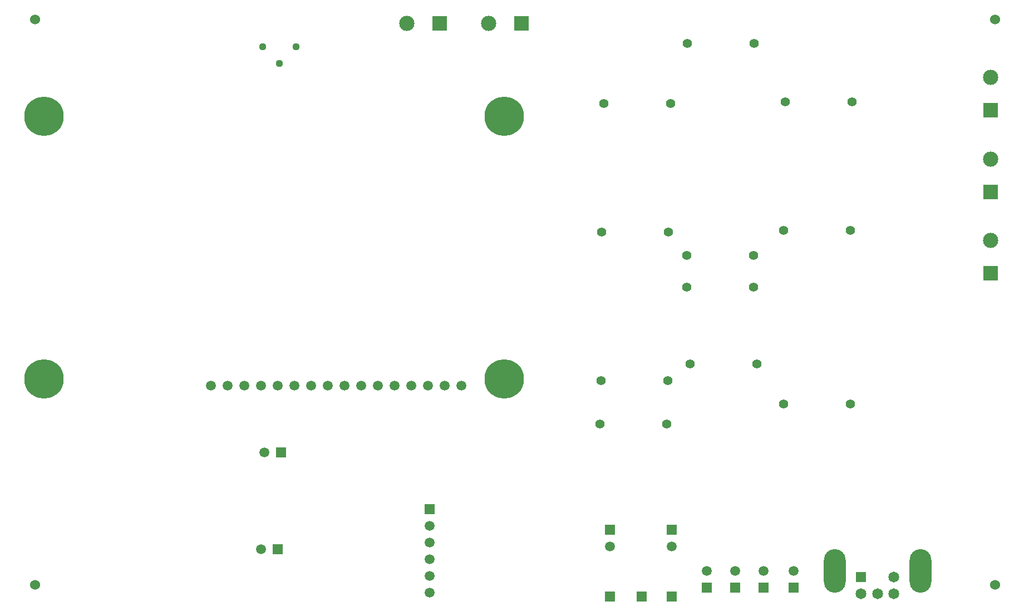
<source format=gbr>
%TF.GenerationSoftware,Altium Limited,Altium Designer,22.7.1 (60)*%
G04 Layer_Color=255*
%FSLAX43Y43*%
%MOMM*%
%TF.SameCoordinates,2ABDD118-431D-4485-972F-9944B14BA474*%
%TF.FilePolarity,Positive*%
%TF.FileFunction,Pads,Bot*%
%TF.Part,Single*%
G01*
G75*
%TA.AperFunction,ComponentPad*%
%ADD32O,3.316X6.632*%
%ADD33C,1.650*%
%ADD34R,1.650X1.650*%
%ADD35C,1.120*%
%ADD36C,1.500*%
%ADD37C,6.000*%
%ADD38R,1.500X1.500*%
%ADD39C,2.325*%
%ADD40R,2.325X2.325*%
%ADD41R,2.325X2.325*%
%ADD42R,1.500X1.500*%
%ADD43C,1.400*%
%TA.AperFunction,ViaPad*%
%ADD44C,1.524*%
D32*
X139192Y6616D02*
D03*
X126092D02*
D03*
D33*
X135142Y5616D02*
D03*
X132642Y3116D02*
D03*
X135142D02*
D03*
X130142D02*
D03*
D34*
Y5616D02*
D03*
D35*
X39124Y86386D02*
D03*
X41664Y83846D02*
D03*
X44204Y86386D02*
D03*
D36*
X69342Y34798D02*
D03*
X66802D02*
D03*
X64262D02*
D03*
X61722D02*
D03*
X59182D02*
D03*
X56642D02*
D03*
X54102D02*
D03*
X51562D02*
D03*
X49022D02*
D03*
X46482D02*
D03*
X43942D02*
D03*
X41402D02*
D03*
X38862D02*
D03*
X36322D02*
D03*
X33782D02*
D03*
X31242D02*
D03*
X101346Y10333D02*
D03*
X91948Y10333D02*
D03*
X38862Y9906D02*
D03*
X39370Y24638D02*
D03*
X64516Y3302D02*
D03*
Y5842D02*
D03*
Y8382D02*
D03*
Y10922D02*
D03*
Y13462D02*
D03*
X119888Y6616D02*
D03*
X115316D02*
D03*
X110998D02*
D03*
X106680D02*
D03*
D37*
X75842Y35798D02*
D03*
Y75798D02*
D03*
X5842D02*
D03*
Y35798D02*
D03*
D38*
X91948Y2713D02*
D03*
X41402Y9906D02*
D03*
X41910Y24638D02*
D03*
X101346Y2713D02*
D03*
X96774Y2725D02*
D03*
D39*
X149860Y56896D02*
D03*
Y69262D02*
D03*
Y81708D02*
D03*
X73486Y89916D02*
D03*
X61040Y89916D02*
D03*
D40*
X149860Y51896D02*
D03*
Y64262D02*
D03*
Y76708D02*
D03*
D41*
X78486Y89916D02*
D03*
X66040Y89916D02*
D03*
D42*
X101346Y12873D02*
D03*
X91948Y12873D02*
D03*
X64516Y16002D02*
D03*
X119888Y4076D02*
D03*
X115316D02*
D03*
X110998D02*
D03*
X106680D02*
D03*
D43*
X128778Y77978D02*
D03*
X118618D02*
D03*
X113854Y86868D02*
D03*
X103694D02*
D03*
X101154Y77724D02*
D03*
X90994D02*
D03*
X118364Y32004D02*
D03*
X128524D02*
D03*
X104140Y38100D02*
D03*
X114300D02*
D03*
X100722Y35560D02*
D03*
X90562D02*
D03*
X90424Y28956D02*
D03*
X100584D02*
D03*
X128524Y58420D02*
D03*
X118364D02*
D03*
X100838Y58166D02*
D03*
X90678D02*
D03*
X113792Y54610D02*
D03*
X103632D02*
D03*
Y49784D02*
D03*
X113792D02*
D03*
D44*
X4500Y4500D02*
D03*
X150500D02*
D03*
Y90500D02*
D03*
X4500D02*
D03*
%TF.MD5,23811bbae3d5a7a5077092e72f1c9e14*%
M02*

</source>
